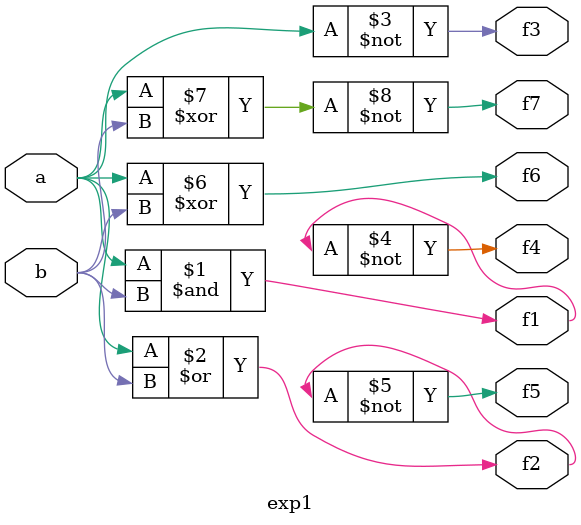
<source format=v>
module exp1(a,b,f1,f2,f3,f4,f5,f6,f7);
input a,b;
output f1,f2,f3,f4,f5,f6,f7;
assign f1=a&b;
assign f2=a|b;
assign f3=~a;
assign f4=~f1;
assign f5=~f2;
assign f6=a^b;
assign f7=~(a^b);
endmodule
</source>
